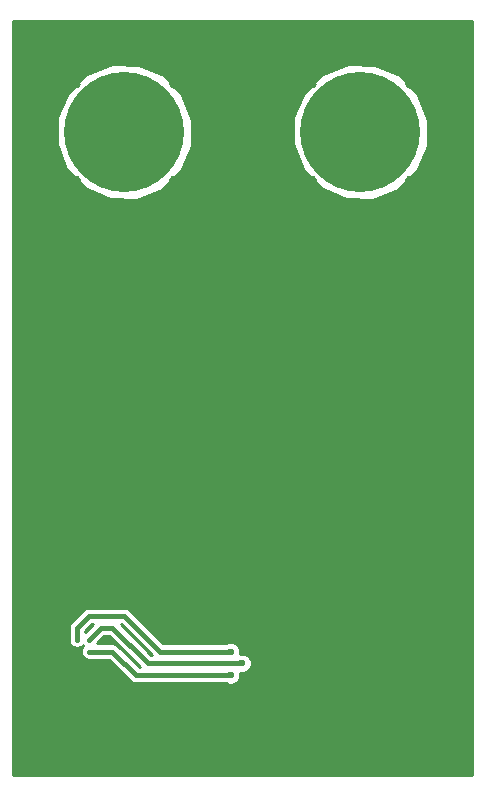
<source format=gbl>
G04 #@! TF.FileFunction,Copper,L2,Bot,Signal*
%FSLAX46Y46*%
G04 Gerber Fmt 4.6, Leading zero omitted, Abs format (unit mm)*
G04 Created by KiCad (PCBNEW 4.0.2+dfsg1-stable) date Tue 20 Nov 2018 02:17:26 PM EST*
%MOMM*%
G01*
G04 APERTURE LIST*
%ADD10C,0.100000*%
%ADD11C,10.160000*%
%ADD12C,0.600000*%
%ADD13C,0.381000*%
%ADD14C,0.254000*%
G04 APERTURE END LIST*
D10*
D11*
X145000000Y-105000000D03*
X165000000Y-105000000D03*
D12*
X154000000Y-151000000D03*
X155000000Y-150000000D03*
X154000000Y-149000000D03*
D13*
X142000000Y-149000000D02*
X144000000Y-149000000D01*
X146000000Y-151000000D02*
X154000000Y-151000000D01*
X144000000Y-149000000D02*
X146000000Y-151000000D01*
X143000000Y-147000000D02*
X142000000Y-148000000D01*
X144000000Y-147000000D02*
X143000000Y-147000000D01*
X147000000Y-150000000D02*
X144000000Y-147000000D01*
X148000000Y-150000000D02*
X147000000Y-150000000D01*
X155000000Y-150000000D02*
X148000000Y-150000000D01*
X141000000Y-148000000D02*
X141000000Y-147000000D01*
X148000000Y-149000000D02*
X154000000Y-149000000D01*
X145000000Y-146000000D02*
X148000000Y-149000000D01*
X142000000Y-146000000D02*
X145000000Y-146000000D01*
X141000000Y-147000000D02*
X142000000Y-146000000D01*
D14*
G36*
X174417000Y-159417000D02*
X135583000Y-159417000D01*
X135583000Y-147000000D01*
X140301500Y-147000000D01*
X140301500Y-148000000D01*
X140354670Y-148267304D01*
X140506086Y-148493914D01*
X140732696Y-148645330D01*
X141000000Y-148698500D01*
X141267304Y-148645330D01*
X141493914Y-148493914D01*
X141500000Y-148484806D01*
X141506086Y-148493914D01*
X141515194Y-148500000D01*
X141506086Y-148506086D01*
X141354670Y-148732696D01*
X141301500Y-149000000D01*
X141354670Y-149267304D01*
X141506086Y-149493914D01*
X141732696Y-149645330D01*
X142000000Y-149698500D01*
X143710672Y-149698500D01*
X145506086Y-151493914D01*
X145732695Y-151645330D01*
X146000000Y-151698500D01*
X153575206Y-151698500D01*
X153838574Y-151807860D01*
X154160016Y-151808140D01*
X154457097Y-151685389D01*
X154684590Y-151458293D01*
X154807860Y-151161426D01*
X154808140Y-150839984D01*
X154785815Y-150785952D01*
X154838574Y-150807860D01*
X155160016Y-150808140D01*
X155457097Y-150685389D01*
X155684590Y-150458293D01*
X155807860Y-150161426D01*
X155808140Y-149839984D01*
X155685389Y-149542903D01*
X155458293Y-149315410D01*
X155161426Y-149192140D01*
X154839984Y-149191860D01*
X154785952Y-149214185D01*
X154807860Y-149161426D01*
X154808140Y-148839984D01*
X154685389Y-148542903D01*
X154458293Y-148315410D01*
X154161426Y-148192140D01*
X153839984Y-148191860D01*
X153574634Y-148301500D01*
X148289328Y-148301500D01*
X145493914Y-145506086D01*
X145267305Y-145354670D01*
X145000000Y-145301500D01*
X142000000Y-145301500D01*
X141732696Y-145354670D01*
X141506086Y-145506086D01*
X140506086Y-146506086D01*
X140354670Y-146732695D01*
X140354670Y-146732696D01*
X140301500Y-147000000D01*
X135583000Y-147000000D01*
X135583000Y-106036758D01*
X139266011Y-106036758D01*
X140099235Y-108152142D01*
X140212359Y-108321444D01*
X140903172Y-108917223D01*
X140958962Y-108861433D01*
X141138410Y-109041195D01*
X141082777Y-109096828D01*
X141678556Y-109787641D01*
X143763537Y-110694265D01*
X146036758Y-110733989D01*
X148152142Y-109900765D01*
X148321444Y-109787641D01*
X148917223Y-109096828D01*
X148861433Y-109041038D01*
X149041195Y-108861590D01*
X149096828Y-108917223D01*
X149787641Y-108321444D01*
X150694265Y-106236463D01*
X150697754Y-106036758D01*
X159266011Y-106036758D01*
X160099235Y-108152142D01*
X160212359Y-108321444D01*
X160903172Y-108917223D01*
X160958962Y-108861433D01*
X161138410Y-109041195D01*
X161082777Y-109096828D01*
X161678556Y-109787641D01*
X163763537Y-110694265D01*
X166036758Y-110733989D01*
X168152142Y-109900765D01*
X168321444Y-109787641D01*
X168917223Y-109096828D01*
X168861433Y-109041038D01*
X169041195Y-108861590D01*
X169096828Y-108917223D01*
X169787641Y-108321444D01*
X170694265Y-106236463D01*
X170733989Y-103963242D01*
X169900765Y-101847858D01*
X169787641Y-101678556D01*
X169096828Y-101082777D01*
X169041038Y-101138567D01*
X168861590Y-100958805D01*
X168917223Y-100903172D01*
X168321444Y-100212359D01*
X166236463Y-99305735D01*
X163963242Y-99266011D01*
X161847858Y-100099235D01*
X161678556Y-100212359D01*
X161082777Y-100903172D01*
X161138567Y-100958962D01*
X160958805Y-101138410D01*
X160903172Y-101082777D01*
X160212359Y-101678556D01*
X159305735Y-103763537D01*
X159266011Y-106036758D01*
X150697754Y-106036758D01*
X150733989Y-103963242D01*
X149900765Y-101847858D01*
X149787641Y-101678556D01*
X149096828Y-101082777D01*
X149041038Y-101138567D01*
X148861590Y-100958805D01*
X148917223Y-100903172D01*
X148321444Y-100212359D01*
X146236463Y-99305735D01*
X143963242Y-99266011D01*
X141847858Y-100099235D01*
X141678556Y-100212359D01*
X141082777Y-100903172D01*
X141138567Y-100958962D01*
X140958805Y-101138410D01*
X140903172Y-101082777D01*
X140212359Y-101678556D01*
X139305735Y-103763537D01*
X139266011Y-106036758D01*
X135583000Y-106036758D01*
X135583000Y-95583000D01*
X174417000Y-95583000D01*
X174417000Y-159417000D01*
X174417000Y-159417000D01*
G37*
X174417000Y-159417000D02*
X135583000Y-159417000D01*
X135583000Y-147000000D01*
X140301500Y-147000000D01*
X140301500Y-148000000D01*
X140354670Y-148267304D01*
X140506086Y-148493914D01*
X140732696Y-148645330D01*
X141000000Y-148698500D01*
X141267304Y-148645330D01*
X141493914Y-148493914D01*
X141500000Y-148484806D01*
X141506086Y-148493914D01*
X141515194Y-148500000D01*
X141506086Y-148506086D01*
X141354670Y-148732696D01*
X141301500Y-149000000D01*
X141354670Y-149267304D01*
X141506086Y-149493914D01*
X141732696Y-149645330D01*
X142000000Y-149698500D01*
X143710672Y-149698500D01*
X145506086Y-151493914D01*
X145732695Y-151645330D01*
X146000000Y-151698500D01*
X153575206Y-151698500D01*
X153838574Y-151807860D01*
X154160016Y-151808140D01*
X154457097Y-151685389D01*
X154684590Y-151458293D01*
X154807860Y-151161426D01*
X154808140Y-150839984D01*
X154785815Y-150785952D01*
X154838574Y-150807860D01*
X155160016Y-150808140D01*
X155457097Y-150685389D01*
X155684590Y-150458293D01*
X155807860Y-150161426D01*
X155808140Y-149839984D01*
X155685389Y-149542903D01*
X155458293Y-149315410D01*
X155161426Y-149192140D01*
X154839984Y-149191860D01*
X154785952Y-149214185D01*
X154807860Y-149161426D01*
X154808140Y-148839984D01*
X154685389Y-148542903D01*
X154458293Y-148315410D01*
X154161426Y-148192140D01*
X153839984Y-148191860D01*
X153574634Y-148301500D01*
X148289328Y-148301500D01*
X145493914Y-145506086D01*
X145267305Y-145354670D01*
X145000000Y-145301500D01*
X142000000Y-145301500D01*
X141732696Y-145354670D01*
X141506086Y-145506086D01*
X140506086Y-146506086D01*
X140354670Y-146732695D01*
X140354670Y-146732696D01*
X140301500Y-147000000D01*
X135583000Y-147000000D01*
X135583000Y-106036758D01*
X139266011Y-106036758D01*
X140099235Y-108152142D01*
X140212359Y-108321444D01*
X140903172Y-108917223D01*
X140958962Y-108861433D01*
X141138410Y-109041195D01*
X141082777Y-109096828D01*
X141678556Y-109787641D01*
X143763537Y-110694265D01*
X146036758Y-110733989D01*
X148152142Y-109900765D01*
X148321444Y-109787641D01*
X148917223Y-109096828D01*
X148861433Y-109041038D01*
X149041195Y-108861590D01*
X149096828Y-108917223D01*
X149787641Y-108321444D01*
X150694265Y-106236463D01*
X150697754Y-106036758D01*
X159266011Y-106036758D01*
X160099235Y-108152142D01*
X160212359Y-108321444D01*
X160903172Y-108917223D01*
X160958962Y-108861433D01*
X161138410Y-109041195D01*
X161082777Y-109096828D01*
X161678556Y-109787641D01*
X163763537Y-110694265D01*
X166036758Y-110733989D01*
X168152142Y-109900765D01*
X168321444Y-109787641D01*
X168917223Y-109096828D01*
X168861433Y-109041038D01*
X169041195Y-108861590D01*
X169096828Y-108917223D01*
X169787641Y-108321444D01*
X170694265Y-106236463D01*
X170733989Y-103963242D01*
X169900765Y-101847858D01*
X169787641Y-101678556D01*
X169096828Y-101082777D01*
X169041038Y-101138567D01*
X168861590Y-100958805D01*
X168917223Y-100903172D01*
X168321444Y-100212359D01*
X166236463Y-99305735D01*
X163963242Y-99266011D01*
X161847858Y-100099235D01*
X161678556Y-100212359D01*
X161082777Y-100903172D01*
X161138567Y-100958962D01*
X160958805Y-101138410D01*
X160903172Y-101082777D01*
X160212359Y-101678556D01*
X159305735Y-103763537D01*
X159266011Y-106036758D01*
X150697754Y-106036758D01*
X150733989Y-103963242D01*
X149900765Y-101847858D01*
X149787641Y-101678556D01*
X149096828Y-101082777D01*
X149041038Y-101138567D01*
X148861590Y-100958805D01*
X148917223Y-100903172D01*
X148321444Y-100212359D01*
X146236463Y-99305735D01*
X143963242Y-99266011D01*
X141847858Y-100099235D01*
X141678556Y-100212359D01*
X141082777Y-100903172D01*
X141138567Y-100958962D01*
X140958805Y-101138410D01*
X140903172Y-101082777D01*
X140212359Y-101678556D01*
X139305735Y-103763537D01*
X139266011Y-106036758D01*
X135583000Y-106036758D01*
X135583000Y-95583000D01*
X174417000Y-95583000D01*
X174417000Y-159417000D01*
G36*
X146313672Y-150301500D02*
X146289328Y-150301500D01*
X144493914Y-148506086D01*
X144267305Y-148354670D01*
X144000000Y-148301500D01*
X142686328Y-148301500D01*
X143289328Y-147698500D01*
X143710672Y-147698500D01*
X146313672Y-150301500D01*
X146313672Y-150301500D01*
G37*
X146313672Y-150301500D02*
X146289328Y-150301500D01*
X144493914Y-148506086D01*
X144267305Y-148354670D01*
X144000000Y-148301500D01*
X142686328Y-148301500D01*
X143289328Y-147698500D01*
X143710672Y-147698500D01*
X146313672Y-150301500D01*
G36*
X147313672Y-149301500D02*
X147289328Y-149301500D01*
X144686328Y-146698500D01*
X144710672Y-146698500D01*
X147313672Y-149301500D01*
X147313672Y-149301500D01*
G37*
X147313672Y-149301500D02*
X147289328Y-149301500D01*
X144686328Y-146698500D01*
X144710672Y-146698500D01*
X147313672Y-149301500D01*
G36*
X141698500Y-147313672D02*
X141698500Y-147289328D01*
X142289328Y-146698500D01*
X142313672Y-146698500D01*
X141698500Y-147313672D01*
X141698500Y-147313672D01*
G37*
X141698500Y-147313672D02*
X141698500Y-147289328D01*
X142289328Y-146698500D01*
X142313672Y-146698500D01*
X141698500Y-147313672D01*
M02*

</source>
